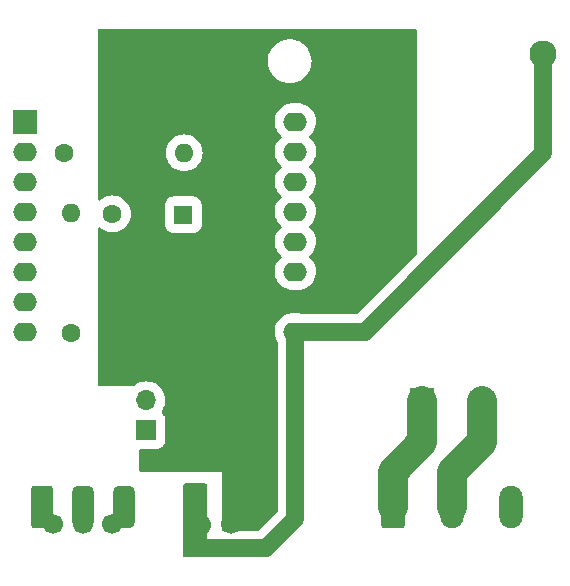
<source format=gbl>
G04 #@! TF.GenerationSoftware,KiCad,Pcbnew,(6.0.7)*
G04 #@! TF.CreationDate,2022-12-11T11:01:38+01:00*
G04 #@! TF.ProjectId,CT_Clamp,43545f43-6c61-46d7-902e-6b696361645f,rev?*
G04 #@! TF.SameCoordinates,Original*
G04 #@! TF.FileFunction,Copper,L2,Bot*
G04 #@! TF.FilePolarity,Positive*
%FSLAX46Y46*%
G04 Gerber Fmt 4.6, Leading zero omitted, Abs format (unit mm)*
G04 Created by KiCad (PCBNEW (6.0.7)) date 2022-12-11 11:01:38*
%MOMM*%
%LPD*%
G01*
G04 APERTURE LIST*
G04 Aperture macros list*
%AMRoundRect*
0 Rectangle with rounded corners*
0 $1 Rounding radius*
0 $2 $3 $4 $5 $6 $7 $8 $9 X,Y pos of 4 corners*
0 Add a 4 corners polygon primitive as box body*
4,1,4,$2,$3,$4,$5,$6,$7,$8,$9,$2,$3,0*
0 Add four circle primitives for the rounded corners*
1,1,$1+$1,$2,$3*
1,1,$1+$1,$4,$5*
1,1,$1+$1,$6,$7*
1,1,$1+$1,$8,$9*
0 Add four rect primitives between the rounded corners*
20,1,$1+$1,$2,$3,$4,$5,0*
20,1,$1+$1,$4,$5,$6,$7,0*
20,1,$1+$1,$6,$7,$8,$9,0*
20,1,$1+$1,$8,$9,$2,$3,0*%
G04 Aperture macros list end*
G04 #@! TA.AperFunction,ComponentPad*
%ADD10C,1.600000*%
G04 #@! TD*
G04 #@! TA.AperFunction,ComponentPad*
%ADD11O,1.600000X1.600000*%
G04 #@! TD*
G04 #@! TA.AperFunction,ComponentPad*
%ADD12R,2.000000X2.300000*%
G04 #@! TD*
G04 #@! TA.AperFunction,ComponentPad*
%ADD13C,2.300000*%
G04 #@! TD*
G04 #@! TA.AperFunction,ComponentPad*
%ADD14R,2.000000X2.000000*%
G04 #@! TD*
G04 #@! TA.AperFunction,ComponentPad*
%ADD15O,2.000000X1.600000*%
G04 #@! TD*
G04 #@! TA.AperFunction,ComponentPad*
%ADD16RoundRect,0.250000X-0.650000X-1.550000X0.650000X-1.550000X0.650000X1.550000X-0.650000X1.550000X0*%
G04 #@! TD*
G04 #@! TA.AperFunction,ComponentPad*
%ADD17C,1.700000*%
G04 #@! TD*
G04 #@! TA.AperFunction,ComponentPad*
%ADD18RoundRect,0.450000X-0.450000X-1.350000X0.450000X-1.350000X0.450000X1.350000X-0.450000X1.350000X0*%
G04 #@! TD*
G04 #@! TA.AperFunction,ComponentPad*
%ADD19R,1.600000X1.600000*%
G04 #@! TD*
G04 #@! TA.AperFunction,ComponentPad*
%ADD20RoundRect,0.250000X-0.750000X-1.550000X0.750000X-1.550000X0.750000X1.550000X-0.750000X1.550000X0*%
G04 #@! TD*
G04 #@! TA.AperFunction,ComponentPad*
%ADD21O,2.000000X3.600000*%
G04 #@! TD*
G04 #@! TA.AperFunction,ComponentPad*
%ADD22R,1.700000X1.700000*%
G04 #@! TD*
G04 #@! TA.AperFunction,ComponentPad*
%ADD23O,1.700000X1.700000*%
G04 #@! TD*
G04 #@! TA.AperFunction,ComponentPad*
%ADD24O,1.800000X3.600000*%
G04 #@! TD*
G04 #@! TA.AperFunction,Conductor*
%ADD25C,1.500000*%
G04 #@! TD*
G04 #@! TA.AperFunction,Conductor*
%ADD26C,2.500000*%
G04 #@! TD*
G04 APERTURE END LIST*
D10*
X128250000Y-98000000D03*
D11*
X128250000Y-87840000D03*
D10*
X127670000Y-82750000D03*
D11*
X137830000Y-82750000D03*
D12*
X158000000Y-103750000D03*
D13*
X163000000Y-103750000D03*
X152800000Y-74350000D03*
X168200000Y-74350000D03*
D14*
X124380225Y-80110000D03*
D15*
X124380225Y-82650000D03*
X124380225Y-85190000D03*
X124380225Y-87730000D03*
X124380225Y-90270000D03*
X124380225Y-92810000D03*
X124380225Y-95350000D03*
X124380225Y-97890000D03*
X147240225Y-97890000D03*
X147240225Y-95350000D03*
X147240225Y-92810000D03*
X147240225Y-90270000D03*
X147240225Y-87730000D03*
X147240225Y-85190000D03*
X147240225Y-82650000D03*
X147240225Y-80110000D03*
D16*
X125750000Y-112750000D03*
D17*
X126750000Y-114223200D03*
X129250000Y-114223200D03*
D18*
X129250000Y-112750000D03*
D17*
X131750000Y-114223200D03*
D18*
X132750000Y-112750000D03*
D10*
X131750000Y-87920000D03*
D11*
X131750000Y-98080000D03*
D19*
X137750000Y-88000000D03*
D10*
X140250000Y-88000000D03*
D20*
X155500000Y-112750000D03*
D21*
X160500000Y-112750000D03*
X165500000Y-112750000D03*
D22*
X134625000Y-106250000D03*
D23*
X134625000Y-103710000D03*
X134625000Y-101170000D03*
D17*
X139250000Y-114274000D03*
D16*
X138750000Y-112750000D03*
D17*
X141750000Y-114223200D03*
D24*
X142250000Y-112750000D03*
D25*
X147240225Y-97890000D02*
X147240225Y-113759775D01*
X138500000Y-115500000D02*
X138500000Y-113000000D01*
X138500000Y-113000000D02*
X138750000Y-112750000D01*
X139250000Y-116250000D02*
X138500000Y-115500000D01*
X168200000Y-82800000D02*
X168200000Y-74350000D01*
X153110000Y-97890000D02*
X168200000Y-82800000D01*
X144750000Y-116250000D02*
X139250000Y-116250000D01*
X147240225Y-113759775D02*
X144750000Y-116250000D01*
X147240225Y-97890000D02*
X153110000Y-97890000D01*
D26*
X155500000Y-109750000D02*
X158000000Y-107250000D01*
X158000000Y-107250000D02*
X158000000Y-103750000D01*
X155500000Y-112750000D02*
X155500000Y-109750000D01*
X160500000Y-112750000D02*
X160500000Y-109750000D01*
X163000000Y-107250000D02*
X163000000Y-103750000D01*
X160500000Y-109750000D02*
X163000000Y-107250000D01*
G04 #@! TA.AperFunction,Conductor*
G36*
X157442121Y-72271302D02*
G01*
X157488614Y-72324958D01*
X157500000Y-72377300D01*
X157500000Y-91324651D01*
X157479998Y-91392772D01*
X157463095Y-91413746D01*
X152525046Y-96351795D01*
X152462734Y-96385821D01*
X152435951Y-96388700D01*
X147865513Y-96388700D01*
X147834176Y-96384741D01*
X147832065Y-96384199D01*
X147827273Y-96382549D01*
X147581281Y-96340058D01*
X147577322Y-96339878D01*
X147577320Y-96339878D01*
X147552794Y-96338764D01*
X147552773Y-96338764D01*
X147551374Y-96338700D01*
X146977495Y-96338700D01*
X146974987Y-96338902D01*
X146974982Y-96338902D01*
X146916658Y-96343595D01*
X146791394Y-96353673D01*
X146786478Y-96354881D01*
X146786475Y-96354881D01*
X146681549Y-96380654D01*
X146548966Y-96413220D01*
X146544318Y-96415193D01*
X146544315Y-96415194D01*
X146323833Y-96508783D01*
X146323831Y-96508784D01*
X146319176Y-96510760D01*
X146107936Y-96643784D01*
X145920683Y-96808871D01*
X145762232Y-97001772D01*
X145636661Y-97217525D01*
X145547200Y-97450579D01*
X145496150Y-97694938D01*
X145484826Y-97944316D01*
X145513518Y-98192296D01*
X145581489Y-98432499D01*
X145583623Y-98437074D01*
X145583625Y-98437081D01*
X145684852Y-98654163D01*
X145686989Y-98658745D01*
X145689830Y-98662926D01*
X145689831Y-98662927D01*
X145717137Y-98703106D01*
X145738925Y-98773929D01*
X145738925Y-113085726D01*
X145718923Y-113153847D01*
X145702020Y-113174821D01*
X144165046Y-114711795D01*
X144102734Y-114745821D01*
X144075951Y-114748700D01*
X141126000Y-114748700D01*
X141057879Y-114728698D01*
X141011386Y-114675042D01*
X141000000Y-114622700D01*
X141000000Y-109750000D01*
X134126000Y-109750000D01*
X134057879Y-109729998D01*
X134011386Y-109676342D01*
X134000000Y-109624000D01*
X134000000Y-107977300D01*
X134020002Y-107909179D01*
X134073658Y-107862686D01*
X134126000Y-107851300D01*
X135510374Y-107851299D01*
X135524922Y-107851299D01*
X135528166Y-107850962D01*
X135528174Y-107850962D01*
X135574512Y-107846154D01*
X135629684Y-107840430D01*
X135795871Y-107784986D01*
X135802091Y-107781137D01*
X135802093Y-107781136D01*
X135938623Y-107696648D01*
X135938627Y-107696645D01*
X135944845Y-107692797D01*
X136068617Y-107568810D01*
X136072458Y-107562579D01*
X136156705Y-107425905D01*
X136156706Y-107425904D01*
X136160545Y-107419675D01*
X136215699Y-107253391D01*
X136226300Y-107149923D01*
X136226299Y-105350078D01*
X136215430Y-105245316D01*
X136159986Y-105079129D01*
X136156136Y-105072907D01*
X136071648Y-104936377D01*
X136071645Y-104936373D01*
X136067797Y-104930155D01*
X136050030Y-104912418D01*
X135944293Y-104806865D01*
X135910214Y-104744582D01*
X135915217Y-104673762D01*
X135925879Y-104651857D01*
X136053590Y-104443453D01*
X136053596Y-104443442D01*
X136056181Y-104439223D01*
X136152636Y-104206359D01*
X136173131Y-104120992D01*
X136210321Y-103966086D01*
X136210322Y-103966080D01*
X136211476Y-103961273D01*
X136231252Y-103710000D01*
X136211476Y-103458727D01*
X136210322Y-103453920D01*
X136210321Y-103453914D01*
X136153791Y-103218453D01*
X136152636Y-103213641D01*
X136150742Y-103209068D01*
X136058076Y-102985351D01*
X136058074Y-102985347D01*
X136056181Y-102980777D01*
X135924485Y-102765869D01*
X135760792Y-102574208D01*
X135569131Y-102410515D01*
X135354223Y-102278819D01*
X135349653Y-102276926D01*
X135349649Y-102276924D01*
X135125932Y-102184258D01*
X135125930Y-102184257D01*
X135121359Y-102182364D01*
X135035992Y-102161869D01*
X134881086Y-102124679D01*
X134881080Y-102124678D01*
X134876273Y-102123524D01*
X134625000Y-102103748D01*
X134373727Y-102123524D01*
X134368920Y-102124678D01*
X134368914Y-102124679D01*
X134214008Y-102161869D01*
X134128641Y-102182364D01*
X134124070Y-102184257D01*
X134124068Y-102184258D01*
X133900351Y-102276924D01*
X133900347Y-102276926D01*
X133895777Y-102278819D01*
X133680869Y-102410515D01*
X133677104Y-102413731D01*
X133611442Y-102469811D01*
X133546652Y-102498842D01*
X133529612Y-102500000D01*
X130626000Y-102500000D01*
X130557879Y-102479998D01*
X130511386Y-102426342D01*
X130500000Y-102374000D01*
X130500000Y-92864316D01*
X145484826Y-92864316D01*
X145513518Y-93112296D01*
X145514897Y-93117170D01*
X145514898Y-93117174D01*
X145553657Y-93254145D01*
X145581489Y-93352499D01*
X145583623Y-93357074D01*
X145583625Y-93357081D01*
X145644138Y-93486851D01*
X145686989Y-93578745D01*
X145827305Y-93785213D01*
X145998826Y-93966591D01*
X146002852Y-93969669D01*
X146002853Y-93969670D01*
X146193119Y-94115140D01*
X146193123Y-94115143D01*
X146197139Y-94118213D01*
X146417143Y-94236178D01*
X146653177Y-94317451D01*
X146658160Y-94318312D01*
X146658161Y-94318312D01*
X146759223Y-94335769D01*
X146899169Y-94359942D01*
X146903128Y-94360122D01*
X146903130Y-94360122D01*
X146927656Y-94361236D01*
X146927677Y-94361236D01*
X146929076Y-94361300D01*
X147502955Y-94361300D01*
X147505463Y-94361098D01*
X147505468Y-94361098D01*
X147563792Y-94356405D01*
X147689056Y-94346327D01*
X147693972Y-94345119D01*
X147693975Y-94345119D01*
X147813321Y-94315804D01*
X147931484Y-94286780D01*
X147936132Y-94284807D01*
X147936135Y-94284806D01*
X148156617Y-94191217D01*
X148156619Y-94191216D01*
X148161274Y-94189240D01*
X148372514Y-94056216D01*
X148376307Y-94052872D01*
X148555971Y-93894476D01*
X148555973Y-93894474D01*
X148559767Y-93891129D01*
X148718218Y-93698228D01*
X148843789Y-93482475D01*
X148933250Y-93249421D01*
X148934285Y-93244468D01*
X148983266Y-93010013D01*
X148983267Y-93010009D01*
X148984300Y-93005062D01*
X148995624Y-92755684D01*
X148966932Y-92507704D01*
X148928130Y-92370579D01*
X148900339Y-92272370D01*
X148900338Y-92272368D01*
X148898961Y-92267501D01*
X148896827Y-92262926D01*
X148896825Y-92262919D01*
X148795598Y-92045837D01*
X148795596Y-92045833D01*
X148793461Y-92041255D01*
X148653145Y-91834787D01*
X148481624Y-91653409D01*
X148461706Y-91638180D01*
X148419740Y-91580917D01*
X148415395Y-91510054D01*
X148454912Y-91443572D01*
X148555966Y-91354481D01*
X148555972Y-91354475D01*
X148559767Y-91351129D01*
X148718218Y-91158228D01*
X148843789Y-90942475D01*
X148933250Y-90709421D01*
X148934285Y-90704468D01*
X148983266Y-90470013D01*
X148983267Y-90470009D01*
X148984300Y-90465062D01*
X148995624Y-90215684D01*
X148966932Y-89967704D01*
X148928130Y-89830579D01*
X148900339Y-89732370D01*
X148900338Y-89732368D01*
X148898961Y-89727501D01*
X148896827Y-89722926D01*
X148896825Y-89722919D01*
X148795598Y-89505837D01*
X148795596Y-89505833D01*
X148793461Y-89501255D01*
X148782785Y-89485545D01*
X148655993Y-89298978D01*
X148653145Y-89294787D01*
X148493441Y-89125905D01*
X148485106Y-89117091D01*
X148485105Y-89117090D01*
X148481624Y-89113409D01*
X148461706Y-89098180D01*
X148419740Y-89040917D01*
X148415395Y-88970054D01*
X148454912Y-88903572D01*
X148555966Y-88814481D01*
X148555972Y-88814475D01*
X148559767Y-88811129D01*
X148718218Y-88618228D01*
X148843789Y-88402475D01*
X148933250Y-88169421D01*
X148935533Y-88158493D01*
X148983266Y-87930013D01*
X148983267Y-87930009D01*
X148984300Y-87925062D01*
X148995624Y-87675684D01*
X148966932Y-87427704D01*
X148928130Y-87290579D01*
X148900339Y-87192370D01*
X148900338Y-87192368D01*
X148898961Y-87187501D01*
X148896827Y-87182926D01*
X148896825Y-87182919D01*
X148795598Y-86965837D01*
X148795596Y-86965833D01*
X148793461Y-86961255D01*
X148653145Y-86754787D01*
X148517696Y-86611554D01*
X148485106Y-86577091D01*
X148485105Y-86577090D01*
X148481624Y-86573409D01*
X148461706Y-86558180D01*
X148419740Y-86500917D01*
X148415395Y-86430054D01*
X148454912Y-86363572D01*
X148555966Y-86274481D01*
X148555972Y-86274475D01*
X148559767Y-86271129D01*
X148718218Y-86078228D01*
X148843789Y-85862475D01*
X148933250Y-85629421D01*
X148934285Y-85624468D01*
X148983266Y-85390013D01*
X148983267Y-85390009D01*
X148984300Y-85385062D01*
X148995624Y-85135684D01*
X148966932Y-84887704D01*
X148928130Y-84750579D01*
X148900339Y-84652370D01*
X148900338Y-84652368D01*
X148898961Y-84647501D01*
X148896827Y-84642926D01*
X148896825Y-84642919D01*
X148795598Y-84425837D01*
X148795596Y-84425833D01*
X148793461Y-84421255D01*
X148653145Y-84214787D01*
X148481624Y-84033409D01*
X148461706Y-84018180D01*
X148419740Y-83960917D01*
X148415395Y-83890054D01*
X148454912Y-83823572D01*
X148555966Y-83734481D01*
X148555972Y-83734475D01*
X148559767Y-83731129D01*
X148718218Y-83538228D01*
X148843789Y-83322475D01*
X148933250Y-83089421D01*
X148953180Y-82994023D01*
X148983266Y-82850013D01*
X148983267Y-82850009D01*
X148984300Y-82845062D01*
X148995624Y-82595684D01*
X148985885Y-82511507D01*
X148967514Y-82352737D01*
X148966932Y-82347704D01*
X148944701Y-82269140D01*
X148900339Y-82112370D01*
X148900338Y-82112368D01*
X148898961Y-82107501D01*
X148896827Y-82102926D01*
X148896825Y-82102919D01*
X148795598Y-81885837D01*
X148795596Y-81885833D01*
X148793461Y-81881255D01*
X148653145Y-81674787D01*
X148481624Y-81493409D01*
X148461706Y-81478180D01*
X148419740Y-81420917D01*
X148415395Y-81350054D01*
X148454912Y-81283572D01*
X148555966Y-81194481D01*
X148555972Y-81194475D01*
X148559767Y-81191129D01*
X148718218Y-80998228D01*
X148843789Y-80782475D01*
X148933250Y-80549421D01*
X148934285Y-80544468D01*
X148983266Y-80310013D01*
X148983267Y-80310009D01*
X148984300Y-80305062D01*
X148995624Y-80055684D01*
X148966932Y-79807704D01*
X148928130Y-79670579D01*
X148900339Y-79572370D01*
X148900338Y-79572368D01*
X148898961Y-79567501D01*
X148896827Y-79562926D01*
X148896825Y-79562919D01*
X148795598Y-79345837D01*
X148795596Y-79345833D01*
X148793461Y-79341255D01*
X148653145Y-79134787D01*
X148481624Y-78953409D01*
X148477597Y-78950330D01*
X148287331Y-78804860D01*
X148287327Y-78804857D01*
X148283311Y-78801787D01*
X148063307Y-78683822D01*
X147827273Y-78602549D01*
X147822290Y-78601688D01*
X147822289Y-78601688D01*
X147660102Y-78573673D01*
X147581281Y-78560058D01*
X147577322Y-78559878D01*
X147577320Y-78559878D01*
X147552794Y-78558764D01*
X147552773Y-78558764D01*
X147551374Y-78558700D01*
X146977495Y-78558700D01*
X146974987Y-78558902D01*
X146974982Y-78558902D01*
X146916658Y-78563595D01*
X146791394Y-78573673D01*
X146786478Y-78574881D01*
X146786475Y-78574881D01*
X146681549Y-78600654D01*
X146548966Y-78633220D01*
X146544318Y-78635193D01*
X146544315Y-78635194D01*
X146323833Y-78728783D01*
X146323831Y-78728784D01*
X146319176Y-78730760D01*
X146107936Y-78863784D01*
X146104143Y-78867128D01*
X146009770Y-78950330D01*
X145920683Y-79028871D01*
X145762232Y-79221772D01*
X145636661Y-79437525D01*
X145547200Y-79670579D01*
X145546166Y-79675529D01*
X145546165Y-79675532D01*
X145518553Y-79807704D01*
X145496150Y-79914938D01*
X145484826Y-80164316D01*
X145513518Y-80412296D01*
X145514897Y-80417170D01*
X145514898Y-80417174D01*
X145553657Y-80554145D01*
X145581489Y-80652499D01*
X145583623Y-80657074D01*
X145583625Y-80657081D01*
X145644138Y-80786851D01*
X145686989Y-80878745D01*
X145827305Y-81085213D01*
X145998826Y-81266591D01*
X146018744Y-81281820D01*
X146060710Y-81339083D01*
X146065055Y-81409946D01*
X146025538Y-81476428D01*
X145924484Y-81565519D01*
X145924478Y-81565525D01*
X145920683Y-81568871D01*
X145762232Y-81761772D01*
X145636661Y-81977525D01*
X145547200Y-82210579D01*
X145546166Y-82215529D01*
X145546165Y-82215532D01*
X145518553Y-82347704D01*
X145496150Y-82454938D01*
X145484826Y-82704316D01*
X145513518Y-82952296D01*
X145514897Y-82957170D01*
X145514898Y-82957174D01*
X145553657Y-83094145D01*
X145581489Y-83192499D01*
X145583623Y-83197074D01*
X145583625Y-83197081D01*
X145644138Y-83326851D01*
X145686989Y-83418745D01*
X145827305Y-83625213D01*
X145998826Y-83806591D01*
X146018744Y-83821820D01*
X146060710Y-83879083D01*
X146065055Y-83949946D01*
X146025538Y-84016428D01*
X145924484Y-84105519D01*
X145924478Y-84105525D01*
X145920683Y-84108871D01*
X145762232Y-84301772D01*
X145636661Y-84517525D01*
X145547200Y-84750579D01*
X145546166Y-84755529D01*
X145546165Y-84755532D01*
X145518553Y-84887704D01*
X145496150Y-84994938D01*
X145484826Y-85244316D01*
X145513518Y-85492296D01*
X145514897Y-85497170D01*
X145514898Y-85497174D01*
X145553657Y-85634145D01*
X145581489Y-85732499D01*
X145583623Y-85737074D01*
X145583625Y-85737081D01*
X145644138Y-85866851D01*
X145686989Y-85958745D01*
X145827305Y-86165213D01*
X145998826Y-86346591D01*
X146018744Y-86361820D01*
X146060710Y-86419083D01*
X146065055Y-86489946D01*
X146025538Y-86556428D01*
X145924484Y-86645519D01*
X145924478Y-86645525D01*
X145920683Y-86648871D01*
X145762232Y-86841772D01*
X145636661Y-87057525D01*
X145547200Y-87290579D01*
X145546166Y-87295529D01*
X145546165Y-87295532D01*
X145516164Y-87439140D01*
X145496150Y-87534938D01*
X145484826Y-87784316D01*
X145513518Y-88032296D01*
X145514897Y-88037170D01*
X145514898Y-88037174D01*
X145553657Y-88174145D01*
X145581489Y-88272499D01*
X145583623Y-88277074D01*
X145583625Y-88277081D01*
X145643477Y-88405433D01*
X145686989Y-88498745D01*
X145827305Y-88705213D01*
X145998826Y-88886591D01*
X146018744Y-88901820D01*
X146060710Y-88959083D01*
X146065055Y-89029946D01*
X146025538Y-89096428D01*
X145924484Y-89185519D01*
X145924478Y-89185525D01*
X145920683Y-89188871D01*
X145762232Y-89381772D01*
X145636661Y-89597525D01*
X145547200Y-89830579D01*
X145546166Y-89835529D01*
X145546165Y-89835532D01*
X145518553Y-89967704D01*
X145496150Y-90074938D01*
X145484826Y-90324316D01*
X145513518Y-90572296D01*
X145514897Y-90577170D01*
X145514898Y-90577174D01*
X145553657Y-90714145D01*
X145581489Y-90812499D01*
X145583623Y-90817074D01*
X145583625Y-90817081D01*
X145644138Y-90946851D01*
X145686989Y-91038745D01*
X145827305Y-91245213D01*
X145998826Y-91426591D01*
X146018744Y-91441820D01*
X146060710Y-91499083D01*
X146065055Y-91569946D01*
X146025538Y-91636428D01*
X145924484Y-91725519D01*
X145924478Y-91725525D01*
X145920683Y-91728871D01*
X145762232Y-91921772D01*
X145636661Y-92137525D01*
X145547200Y-92370579D01*
X145546166Y-92375529D01*
X145546165Y-92375532D01*
X145518553Y-92507704D01*
X145496150Y-92614938D01*
X145484826Y-92864316D01*
X130500000Y-92864316D01*
X130500000Y-89165809D01*
X130520002Y-89097688D01*
X130573658Y-89051195D01*
X130643932Y-89041091D01*
X130707831Y-89069998D01*
X130835349Y-89178909D01*
X131043547Y-89306493D01*
X131048117Y-89308386D01*
X131048121Y-89308388D01*
X131264567Y-89398042D01*
X131269140Y-89399936D01*
X131352500Y-89419949D01*
X131501760Y-89455784D01*
X131501766Y-89455785D01*
X131506573Y-89456939D01*
X131750000Y-89476097D01*
X131993427Y-89456939D01*
X131998234Y-89455785D01*
X131998240Y-89455784D01*
X132147500Y-89419949D01*
X132230860Y-89399936D01*
X132235433Y-89398042D01*
X132451879Y-89308388D01*
X132451883Y-89308386D01*
X132456453Y-89306493D01*
X132664651Y-89178909D01*
X132668411Y-89175697D01*
X132668416Y-89175694D01*
X132846565Y-89023540D01*
X132850327Y-89020327D01*
X132961923Y-88889665D01*
X133005694Y-88838416D01*
X133005697Y-88838411D01*
X133008909Y-88834651D01*
X133136493Y-88626453D01*
X133227455Y-88406851D01*
X133228042Y-88405433D01*
X133228043Y-88405431D01*
X133229936Y-88400860D01*
X133285500Y-88169421D01*
X133285784Y-88168240D01*
X133285785Y-88168234D01*
X133286939Y-88163427D01*
X133306097Y-87920000D01*
X133286939Y-87676573D01*
X133285785Y-87671766D01*
X133285784Y-87671760D01*
X133231091Y-87443952D01*
X133229936Y-87439140D01*
X133170452Y-87295532D01*
X133138388Y-87218121D01*
X133138386Y-87218117D01*
X133136493Y-87213547D01*
X133097599Y-87150077D01*
X136198700Y-87150077D01*
X136198701Y-88849922D01*
X136209570Y-88954684D01*
X136265014Y-89120871D01*
X136268863Y-89127091D01*
X136268864Y-89127093D01*
X136353352Y-89263623D01*
X136353355Y-89263627D01*
X136357203Y-89269845D01*
X136481190Y-89393617D01*
X136487420Y-89397457D01*
X136487421Y-89397458D01*
X136582044Y-89455784D01*
X136630325Y-89485545D01*
X136796609Y-89540699D01*
X136803445Y-89541399D01*
X136803448Y-89541400D01*
X136855128Y-89546695D01*
X136900077Y-89551300D01*
X137743446Y-89551300D01*
X138599922Y-89551299D01*
X138603166Y-89550962D01*
X138603174Y-89550962D01*
X138649512Y-89546154D01*
X138704684Y-89540430D01*
X138870871Y-89484986D01*
X138877091Y-89481137D01*
X138877093Y-89481136D01*
X139013623Y-89396648D01*
X139013627Y-89396645D01*
X139019845Y-89392797D01*
X139143617Y-89268810D01*
X139147458Y-89262579D01*
X139231705Y-89125905D01*
X139231706Y-89125904D01*
X139235545Y-89119675D01*
X139290699Y-88953391D01*
X139301300Y-88849923D01*
X139301299Y-87150078D01*
X139290430Y-87045316D01*
X139234986Y-86879129D01*
X139209449Y-86837862D01*
X139146648Y-86736377D01*
X139146645Y-86736373D01*
X139142797Y-86730155D01*
X139018810Y-86606383D01*
X138971290Y-86577091D01*
X138875905Y-86518295D01*
X138875904Y-86518294D01*
X138869675Y-86514455D01*
X138703391Y-86459301D01*
X138696555Y-86458601D01*
X138696552Y-86458600D01*
X138644872Y-86453305D01*
X138599923Y-86448700D01*
X137756555Y-86448700D01*
X136900078Y-86448701D01*
X136896834Y-86449038D01*
X136896826Y-86449038D01*
X136850488Y-86453846D01*
X136795316Y-86459570D01*
X136629129Y-86515014D01*
X136622909Y-86518863D01*
X136622907Y-86518864D01*
X136486377Y-86603352D01*
X136486373Y-86603355D01*
X136480155Y-86607203D01*
X136356383Y-86731190D01*
X136352543Y-86737420D01*
X136352542Y-86737421D01*
X136269028Y-86872907D01*
X136264455Y-86880325D01*
X136209301Y-87046609D01*
X136208601Y-87053445D01*
X136208600Y-87053448D01*
X136207698Y-87062254D01*
X136198700Y-87150077D01*
X133097599Y-87150077D01*
X133008909Y-87005349D01*
X133005697Y-87001589D01*
X133005694Y-87001584D01*
X132853540Y-86823435D01*
X132850327Y-86819673D01*
X132740662Y-86726010D01*
X132668416Y-86664306D01*
X132668411Y-86664303D01*
X132664651Y-86661091D01*
X132456453Y-86533507D01*
X132451883Y-86531614D01*
X132451879Y-86531612D01*
X132235433Y-86441958D01*
X132235431Y-86441957D01*
X132230860Y-86440064D01*
X132143468Y-86419083D01*
X131998240Y-86384216D01*
X131998234Y-86384215D01*
X131993427Y-86383061D01*
X131750000Y-86363903D01*
X131506573Y-86383061D01*
X131501766Y-86384215D01*
X131501760Y-86384216D01*
X131356532Y-86419083D01*
X131269140Y-86440064D01*
X131264569Y-86441957D01*
X131264567Y-86441958D01*
X131048121Y-86531612D01*
X131048117Y-86531614D01*
X131043547Y-86533507D01*
X130835349Y-86661091D01*
X130831585Y-86664306D01*
X130831584Y-86664307D01*
X130707830Y-86770002D01*
X130643040Y-86799033D01*
X130572840Y-86788428D01*
X130519518Y-86741553D01*
X130500000Y-86674191D01*
X130500000Y-82750000D01*
X136273903Y-82750000D01*
X136293061Y-82993427D01*
X136294215Y-82998234D01*
X136294216Y-82998240D01*
X136314918Y-83084468D01*
X136350064Y-83230860D01*
X136443507Y-83456453D01*
X136571091Y-83664651D01*
X136574303Y-83668411D01*
X136574306Y-83668416D01*
X136627868Y-83731129D01*
X136729673Y-83850327D01*
X136733435Y-83853540D01*
X136911584Y-84005694D01*
X136911589Y-84005697D01*
X136915349Y-84008909D01*
X137123547Y-84136493D01*
X137128117Y-84138386D01*
X137128121Y-84138388D01*
X137344567Y-84228042D01*
X137349140Y-84229936D01*
X137432500Y-84249949D01*
X137581760Y-84285784D01*
X137581766Y-84285785D01*
X137586573Y-84286939D01*
X137830000Y-84306097D01*
X138073427Y-84286939D01*
X138078234Y-84285785D01*
X138078240Y-84285784D01*
X138227500Y-84249949D01*
X138310860Y-84229936D01*
X138315433Y-84228042D01*
X138531879Y-84138388D01*
X138531883Y-84138386D01*
X138536453Y-84136493D01*
X138744651Y-84008909D01*
X138748411Y-84005697D01*
X138748416Y-84005694D01*
X138926565Y-83853540D01*
X138930327Y-83850327D01*
X139032132Y-83731129D01*
X139085694Y-83668416D01*
X139085697Y-83668411D01*
X139088909Y-83664651D01*
X139216493Y-83456453D01*
X139309936Y-83230860D01*
X139345082Y-83084468D01*
X139365784Y-82998240D01*
X139365785Y-82998234D01*
X139366939Y-82993427D01*
X139386097Y-82750000D01*
X139366939Y-82506573D01*
X139365785Y-82501766D01*
X139365784Y-82501760D01*
X139311091Y-82273952D01*
X139309936Y-82269140D01*
X139287731Y-82215532D01*
X139218388Y-82048121D01*
X139218386Y-82048117D01*
X139216493Y-82043547D01*
X139088909Y-81835349D01*
X139085697Y-81831589D01*
X139085694Y-81831584D01*
X138933540Y-81653435D01*
X138930327Y-81649673D01*
X138835720Y-81568871D01*
X138748416Y-81494306D01*
X138748411Y-81494303D01*
X138744651Y-81491091D01*
X138536453Y-81363507D01*
X138531883Y-81361614D01*
X138531879Y-81361612D01*
X138315433Y-81271958D01*
X138315431Y-81271957D01*
X138310860Y-81270064D01*
X138227500Y-81250051D01*
X138078240Y-81214216D01*
X138078234Y-81214215D01*
X138073427Y-81213061D01*
X137830000Y-81193903D01*
X137586573Y-81213061D01*
X137581766Y-81214215D01*
X137581760Y-81214216D01*
X137432500Y-81250051D01*
X137349140Y-81270064D01*
X137344569Y-81271957D01*
X137344567Y-81271958D01*
X137128121Y-81361612D01*
X137128117Y-81361614D01*
X137123547Y-81363507D01*
X136915349Y-81491091D01*
X136911589Y-81494303D01*
X136911584Y-81494306D01*
X136824280Y-81568871D01*
X136729673Y-81649673D01*
X136726460Y-81653435D01*
X136574306Y-81831584D01*
X136574303Y-81831589D01*
X136571091Y-81835349D01*
X136443507Y-82043547D01*
X136441614Y-82048117D01*
X136441612Y-82048121D01*
X136372269Y-82215532D01*
X136350064Y-82269140D01*
X136348909Y-82273952D01*
X136294216Y-82501760D01*
X136294215Y-82501766D01*
X136293061Y-82506573D01*
X136273903Y-82750000D01*
X130500000Y-82750000D01*
X130500000Y-75042113D01*
X144894226Y-75042113D01*
X144919743Y-75309565D01*
X144983601Y-75570531D01*
X145084462Y-75819546D01*
X145220214Y-76051393D01*
X145388012Y-76261214D01*
X145584342Y-76444615D01*
X145805091Y-76597754D01*
X145809174Y-76599785D01*
X145809177Y-76599787D01*
X145924213Y-76657016D01*
X146045634Y-76717422D01*
X146049968Y-76718843D01*
X146049971Y-76718844D01*
X146296599Y-76799693D01*
X146296604Y-76799694D01*
X146300932Y-76801113D01*
X146305423Y-76801893D01*
X146305424Y-76801893D01*
X146561857Y-76846418D01*
X146561865Y-76846419D01*
X146565638Y-76847074D01*
X146569475Y-76847265D01*
X146648956Y-76851222D01*
X146648964Y-76851222D01*
X146650527Y-76851300D01*
X146818248Y-76851300D01*
X146820516Y-76851135D01*
X146820528Y-76851135D01*
X146949281Y-76841792D01*
X147017961Y-76836809D01*
X147022416Y-76835825D01*
X147022419Y-76835825D01*
X147275850Y-76779873D01*
X147275854Y-76779872D01*
X147280310Y-76778888D01*
X147405929Y-76731295D01*
X147527279Y-76685320D01*
X147527282Y-76685319D01*
X147531549Y-76683702D01*
X147766415Y-76553245D01*
X147912832Y-76441504D01*
X147976365Y-76393018D01*
X147976369Y-76393014D01*
X147979990Y-76390251D01*
X148167798Y-76198132D01*
X148170475Y-76194454D01*
X148170481Y-76194447D01*
X148323218Y-75984607D01*
X148323220Y-75984604D01*
X148325905Y-75980915D01*
X148451000Y-75743149D01*
X148540462Y-75489815D01*
X148592416Y-75226220D01*
X148592643Y-75221664D01*
X148605547Y-74962456D01*
X148605547Y-74962450D01*
X148605774Y-74957887D01*
X148580257Y-74690435D01*
X148516399Y-74429469D01*
X148415538Y-74180454D01*
X148279786Y-73948607D01*
X148111988Y-73738786D01*
X147915658Y-73555385D01*
X147694909Y-73402246D01*
X147690826Y-73400215D01*
X147690823Y-73400213D01*
X147518894Y-73314680D01*
X147454366Y-73282578D01*
X147450032Y-73281157D01*
X147450029Y-73281156D01*
X147203401Y-73200307D01*
X147203396Y-73200306D01*
X147199068Y-73198887D01*
X147194576Y-73198107D01*
X146938143Y-73153582D01*
X146938135Y-73153581D01*
X146934362Y-73152926D01*
X146924843Y-73152452D01*
X146851044Y-73148778D01*
X146851036Y-73148778D01*
X146849473Y-73148700D01*
X146681752Y-73148700D01*
X146679484Y-73148865D01*
X146679472Y-73148865D01*
X146550719Y-73158208D01*
X146482039Y-73163191D01*
X146477584Y-73164175D01*
X146477581Y-73164175D01*
X146224150Y-73220127D01*
X146224146Y-73220128D01*
X146219690Y-73221112D01*
X146094070Y-73268705D01*
X145972721Y-73314680D01*
X145972718Y-73314681D01*
X145968451Y-73316298D01*
X145733585Y-73446755D01*
X145729953Y-73449527D01*
X145523635Y-73606982D01*
X145523631Y-73606986D01*
X145520010Y-73609749D01*
X145332202Y-73801868D01*
X145329525Y-73805546D01*
X145329519Y-73805553D01*
X145176782Y-74015393D01*
X145174095Y-74019085D01*
X145049000Y-74256851D01*
X144959538Y-74510185D01*
X144907584Y-74773780D01*
X144907357Y-74778333D01*
X144907357Y-74778336D01*
X144898646Y-74953331D01*
X144894226Y-75042113D01*
X130500000Y-75042113D01*
X130500000Y-72377300D01*
X130520002Y-72309179D01*
X130573658Y-72262686D01*
X130626000Y-72251300D01*
X157374000Y-72251300D01*
X157442121Y-72271302D01*
G37*
G04 #@! TD.AperFunction*
G04 #@! TA.AperFunction,Conductor*
G36*
X139692121Y-110770002D02*
G01*
X139738614Y-110823658D01*
X139750000Y-110876000D01*
X139750000Y-116874000D01*
X139729998Y-116942121D01*
X139676342Y-116988614D01*
X139624000Y-117000000D01*
X137876000Y-117000000D01*
X137807879Y-116979998D01*
X137761386Y-116926342D01*
X137750000Y-116874000D01*
X137750000Y-110876000D01*
X137770002Y-110807879D01*
X137823658Y-110761386D01*
X137876000Y-110750000D01*
X139624000Y-110750000D01*
X139692121Y-110770002D01*
G37*
G04 #@! TD.AperFunction*
M02*

</source>
